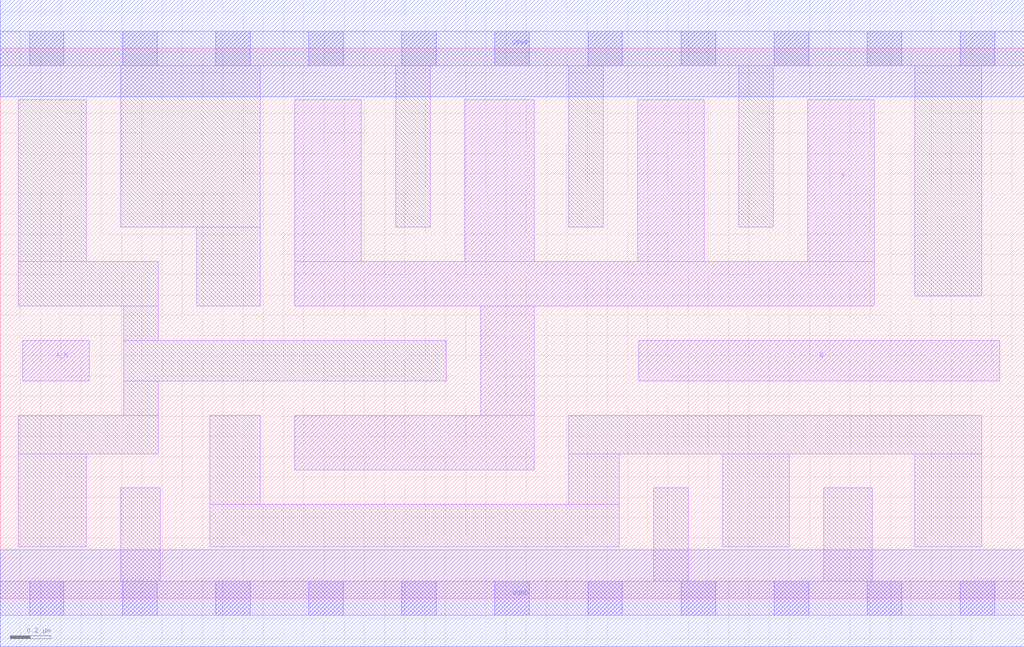
<source format=lef>
# Copyright 2020 The SkyWater PDK Authors
#
# Licensed under the Apache License, Version 2.0 (the "License");
# you may not use this file except in compliance with the License.
# You may obtain a copy of the License at
#
#     https://www.apache.org/licenses/LICENSE-2.0
#
# Unless required by applicable law or agreed to in writing, software
# distributed under the License is distributed on an "AS IS" BASIS,
# WITHOUT WARRANTIES OR CONDITIONS OF ANY KIND, either express or implied.
# See the License for the specific language governing permissions and
# limitations under the License.
#
# SPDX-License-Identifier: Apache-2.0

VERSION 5.7 ;
  NOWIREEXTENSIONATPIN ON ;
  DIVIDERCHAR "/" ;
  BUSBITCHARS "[]" ;
UNITS
  DATABASE MICRONS 200 ;
END UNITS
MACRO sky130_fd_sc_hd__nand2b_4
  CLASS CORE ;
  FOREIGN sky130_fd_sc_hd__nand2b_4 ;
  ORIGIN  0.000000  0.000000 ;
  SIZE  5.060000 BY  2.720000 ;
  SYMMETRY X Y R90 ;
  SITE unithd ;
  PIN A_N
    ANTENNAGATEAREA  0.247500 ;
    DIRECTION INPUT ;
    USE SIGNAL ;
    PORT
      LAYER li1 ;
        RECT 0.110000 1.075000 0.440000 1.275000 ;
    END
  END A_N
  PIN B
    ANTENNAGATEAREA  0.990000 ;
    DIRECTION INPUT ;
    USE SIGNAL ;
    PORT
      LAYER li1 ;
        RECT 3.155000 1.075000 4.940000 1.275000 ;
    END
  END B
  PIN Y
    ANTENNADIFFAREA  1.431000 ;
    DIRECTION OUTPUT ;
    USE SIGNAL ;
    PORT
      LAYER li1 ;
        RECT 1.455000 0.635000 2.640000 0.905000 ;
        RECT 1.455000 1.445000 4.320000 1.665000 ;
        RECT 1.455000 1.665000 1.785000 2.465000 ;
        RECT 2.295000 1.665000 2.640000 2.465000 ;
        RECT 2.375000 0.905000 2.640000 1.445000 ;
        RECT 3.150000 1.665000 3.480000 2.465000 ;
        RECT 3.990000 1.665000 4.320000 2.465000 ;
    END
  END Y
  PIN VGND
    DIRECTION INOUT ;
    SHAPE ABUTMENT ;
    USE GROUND ;
    PORT
      LAYER met1 ;
        RECT 0.000000 -0.240000 5.060000 0.240000 ;
    END
  END VGND
  PIN VPWR
    DIRECTION INOUT ;
    SHAPE ABUTMENT ;
    USE POWER ;
    PORT
      LAYER met1 ;
        RECT 0.000000 2.480000 5.060000 2.960000 ;
    END
  END VPWR
  OBS
    LAYER li1 ;
      RECT 0.000000 -0.085000 5.060000 0.085000 ;
      RECT 0.000000  2.635000 5.060000 2.805000 ;
      RECT 0.090000  0.255000 0.425000 0.715000 ;
      RECT 0.090000  0.715000 0.780000 0.905000 ;
      RECT 0.090000  1.445000 0.780000 1.665000 ;
      RECT 0.090000  1.665000 0.425000 2.465000 ;
      RECT 0.595000  0.085000 0.790000 0.545000 ;
      RECT 0.595000  1.835000 1.285000 2.635000 ;
      RECT 0.610000  0.905000 0.780000 1.075000 ;
      RECT 0.610000  1.075000 2.205000 1.275000 ;
      RECT 0.610000  1.275000 0.780000 1.445000 ;
      RECT 0.970000  1.445000 1.285000 1.835000 ;
      RECT 1.035000  0.255000 3.060000 0.465000 ;
      RECT 1.035000  0.465000 1.285000 0.905000 ;
      RECT 1.955000  1.835000 2.125000 2.635000 ;
      RECT 2.810000  0.465000 3.060000 0.715000 ;
      RECT 2.810000  0.715000 4.850000 0.905000 ;
      RECT 2.810000  1.835000 2.980000 2.635000 ;
      RECT 3.230000  0.085000 3.400000 0.545000 ;
      RECT 3.570000  0.255000 3.900000 0.715000 ;
      RECT 3.650000  1.835000 3.820000 2.635000 ;
      RECT 4.070000  0.085000 4.310000 0.545000 ;
      RECT 4.520000  0.255000 4.850000 0.715000 ;
      RECT 4.520000  1.495000 4.850000 2.635000 ;
    LAYER mcon ;
      RECT 0.145000 -0.085000 0.315000 0.085000 ;
      RECT 0.145000  2.635000 0.315000 2.805000 ;
      RECT 0.605000 -0.085000 0.775000 0.085000 ;
      RECT 0.605000  2.635000 0.775000 2.805000 ;
      RECT 1.065000 -0.085000 1.235000 0.085000 ;
      RECT 1.065000  2.635000 1.235000 2.805000 ;
      RECT 1.525000 -0.085000 1.695000 0.085000 ;
      RECT 1.525000  2.635000 1.695000 2.805000 ;
      RECT 1.985000 -0.085000 2.155000 0.085000 ;
      RECT 1.985000  2.635000 2.155000 2.805000 ;
      RECT 2.445000 -0.085000 2.615000 0.085000 ;
      RECT 2.445000  2.635000 2.615000 2.805000 ;
      RECT 2.905000 -0.085000 3.075000 0.085000 ;
      RECT 2.905000  2.635000 3.075000 2.805000 ;
      RECT 3.365000 -0.085000 3.535000 0.085000 ;
      RECT 3.365000  2.635000 3.535000 2.805000 ;
      RECT 3.825000 -0.085000 3.995000 0.085000 ;
      RECT 3.825000  2.635000 3.995000 2.805000 ;
      RECT 4.285000 -0.085000 4.455000 0.085000 ;
      RECT 4.285000  2.635000 4.455000 2.805000 ;
      RECT 4.745000 -0.085000 4.915000 0.085000 ;
      RECT 4.745000  2.635000 4.915000 2.805000 ;
  END
END sky130_fd_sc_hd__nand2b_4
END LIBRARY

</source>
